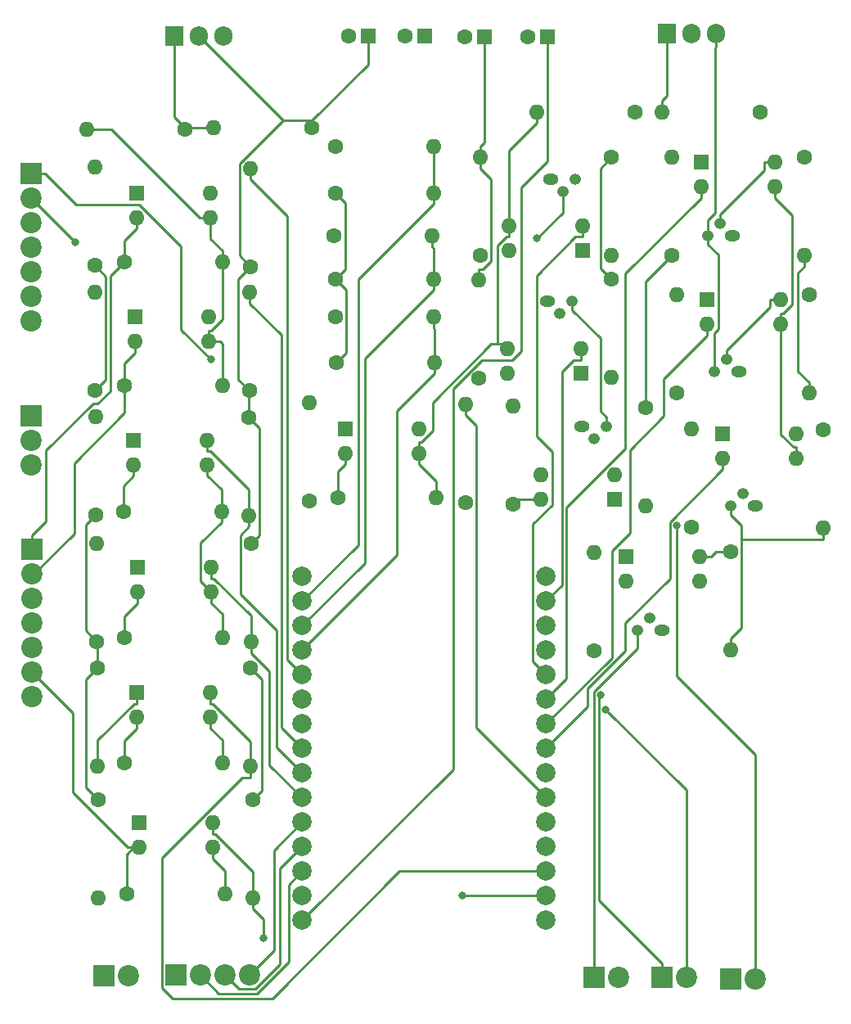
<source format=gtl>
G04 #@! TF.GenerationSoftware,KiCad,Pcbnew,7.0.5*
G04 #@! TF.CreationDate,2023-07-13T15:49:31+01:00*
G04 #@! TF.ProjectId,PCB,5043422e-6b69-4636-9164-5f7063625858,rev?*
G04 #@! TF.SameCoordinates,Original*
G04 #@! TF.FileFunction,Copper,L1,Top*
G04 #@! TF.FilePolarity,Positive*
%FSLAX46Y46*%
G04 Gerber Fmt 4.6, Leading zero omitted, Abs format (unit mm)*
G04 Created by KiCad (PCBNEW 7.0.5) date 2023-07-13 15:49:31*
%MOMM*%
%LPD*%
G01*
G04 APERTURE LIST*
G04 #@! TA.AperFunction,ComponentPad*
%ADD10C,2.000000*%
G04 #@! TD*
G04 #@! TA.AperFunction,ComponentPad*
%ADD11C,1.600000*%
G04 #@! TD*
G04 #@! TA.AperFunction,ComponentPad*
%ADD12O,1.600000X1.600000*%
G04 #@! TD*
G04 #@! TA.AperFunction,ComponentPad*
%ADD13R,1.600000X1.600000*%
G04 #@! TD*
G04 #@! TA.AperFunction,ComponentPad*
%ADD14O,1.600000X1.200000*%
G04 #@! TD*
G04 #@! TA.AperFunction,ComponentPad*
%ADD15O,1.200000X1.200000*%
G04 #@! TD*
G04 #@! TA.AperFunction,ComponentPad*
%ADD16R,1.905000X2.000000*%
G04 #@! TD*
G04 #@! TA.AperFunction,ComponentPad*
%ADD17O,1.905000X2.000000*%
G04 #@! TD*
G04 #@! TA.AperFunction,ComponentPad*
%ADD18R,2.200000X2.200000*%
G04 #@! TD*
G04 #@! TA.AperFunction,ComponentPad*
%ADD19C,2.200000*%
G04 #@! TD*
G04 #@! TA.AperFunction,ViaPad*
%ADD20C,0.800000*%
G04 #@! TD*
G04 #@! TA.AperFunction,Conductor*
%ADD21C,0.250000*%
G04 #@! TD*
G04 APERTURE END LIST*
D10*
G04 #@! TO.P,U9,1,EN*
G04 #@! TO.N,Net-(J5-Pin_2)*
X108452000Y-109560450D03*
G04 #@! TO.P,U9,2,GPIO36*
G04 #@! TO.N,Net-(U9-GPIO36)*
X108452000Y-112100450D03*
G04 #@! TO.P,U9,3,GPIO39*
G04 #@! TO.N,Net-(U9-GPIO39)*
X108452000Y-114640450D03*
G04 #@! TO.P,U9,4,GPIO34*
G04 #@! TO.N,Net-(U9-GPIO34)*
X108452000Y-117180450D03*
G04 #@! TO.P,U9,5,GPIO35*
G04 #@! TO.N,Net-(U9-GPIO35)*
X108452000Y-119720450D03*
G04 #@! TO.P,U9,6,GPIO32*
G04 #@! TO.N,Net-(J1-Pin_1)*
X108452000Y-122260450D03*
G04 #@! TO.P,U9,7,GPIO33*
G04 #@! TO.N,Net-(J1-Pin_2)*
X108452000Y-124800450D03*
G04 #@! TO.P,U9,8,GPIO25*
G04 #@! TO.N,Net-(U9-GPIO25)*
X108452000Y-127340450D03*
G04 #@! TO.P,U9,9,GPIO26*
G04 #@! TO.N,Net-(U9-GPIO26)*
X108452000Y-129880450D03*
G04 #@! TO.P,U9,10,GPIO27*
G04 #@! TO.N,Net-(U9-GPIO27)*
X108452000Y-132420450D03*
G04 #@! TO.P,U9,11,GPIO14*
G04 #@! TO.N,Net-(J6-Pin_4)*
X108452000Y-134960450D03*
G04 #@! TO.P,U9,12,GPIO12*
G04 #@! TO.N,Net-(J6-Pin_3)*
X108452000Y-137500450D03*
G04 #@! TO.P,U9,13,GPIO13*
G04 #@! TO.N,Net-(J6-Pin_2)*
X108452000Y-140040450D03*
G04 #@! TO.P,U9,14,GND*
G04 #@! TO.N,GND*
X108452000Y-142580450D03*
G04 #@! TO.P,U9,15,VIN*
G04 #@! TO.N,Net-(U10-VO)*
X108452000Y-145120450D03*
G04 #@! TO.P,U9,16,GPIO23*
G04 #@! TO.N,Net-(U9-GPIO23)*
X133702000Y-109560450D03*
G04 #@! TO.P,U9,17,GPIO22*
G04 #@! TO.N,Net-(U9-GPIO22)*
X133702000Y-112100450D03*
G04 #@! TO.P,U9,18,GPIO1*
G04 #@! TO.N,Net-(J7-Pin_1)*
X133702000Y-114640450D03*
G04 #@! TO.P,U9,19,GPIO3*
G04 #@! TO.N,Net-(J7-Pin_2)*
X133702000Y-117180450D03*
G04 #@! TO.P,U9,20,GPIO21*
G04 #@! TO.N,Net-(U9-GPIO21)*
X133702000Y-119720450D03*
G04 #@! TO.P,U9,21,GPIO19*
G04 #@! TO.N,Net-(U9-GPIO19)*
X133702000Y-122260450D03*
G04 #@! TO.P,U9,22,GPIO18*
G04 #@! TO.N,Net-(U9-GPIO18)*
X133702000Y-124798950D03*
G04 #@! TO.P,U9,23,GPIO5*
G04 #@! TO.N,Net-(U9-GPIO5)*
X133702000Y-127340450D03*
G04 #@! TO.P,U9,24,GPIO17*
G04 #@! TO.N,Net-(U9-GPIO17)*
X133702000Y-129880450D03*
G04 #@! TO.P,U9,25,GPIO16*
G04 #@! TO.N,Net-(U9-GPIO16)*
X133702000Y-132420450D03*
G04 #@! TO.P,U9,26,GPIO4*
G04 #@! TO.N,Net-(J6-Pin_1)*
X133702000Y-134960450D03*
G04 #@! TO.P,U9,27,GPIO2*
G04 #@! TO.N,Net-(U9-GPIO2)*
X133702000Y-137500450D03*
G04 #@! TO.P,U9,28,GPIO15*
G04 #@! TO.N,Net-(U9-GPIO15)*
X133702000Y-140040450D03*
G04 #@! TO.P,U9,29,GND*
G04 #@! TO.N,GND*
X133702000Y-142580450D03*
G04 #@! TO.P,U9,30,3.3V*
G04 #@! TO.N,Net-(J5-Pin_1)*
X133702000Y-145120450D03*
G04 #@! TD*
D11*
G04 #@! TO.P,R26,1*
G04 #@! TO.N,GND*
X112014000Y-87425450D03*
D12*
G04 #@! TO.P,R26,2*
G04 #@! TO.N,Net-(U9-GPIO34)*
X122174000Y-87425450D03*
G04 #@! TD*
D13*
G04 #@! TO.P,U13,1*
G04 #@! TO.N,Net-(R34-Pad2)*
X137449600Y-75853050D03*
D12*
G04 #@! TO.P,U13,2*
G04 #@! TO.N,Net-(U9-GPIO21)*
X137449600Y-73313050D03*
G04 #@! TO.P,U13,3*
G04 #@! TO.N,GND*
X129829600Y-73313050D03*
G04 #@! TO.P,U13,4*
G04 #@! TO.N,Net-(Q3-B)*
X129829600Y-75853050D03*
G04 #@! TD*
D11*
G04 #@! TO.P,R27,1*
G04 #@! TO.N,GND*
X111887000Y-69899450D03*
D12*
G04 #@! TO.P,R27,2*
G04 #@! TO.N,Net-(U9-GPIO36)*
X122047000Y-69899450D03*
G04 #@! TD*
D14*
G04 #@! TO.P,Q4,1,E*
G04 #@! TO.N,Net-(J8-Pin_4)*
X152977300Y-74286750D03*
D15*
G04 #@! TO.P,Q4,2,B*
G04 #@! TO.N,Net-(Q4-B)*
X151707300Y-73016750D03*
G04 #@! TO.P,Q4,3,C*
G04 #@! TO.N,+24V*
X150437300Y-74286750D03*
G04 #@! TD*
D16*
G04 #@! TO.P,U1,1,ADJ*
G04 #@! TO.N,Net-(U1-ADJ)*
X95252100Y-53658450D03*
D17*
G04 #@! TO.P,U1,2,VO*
G04 #@! TO.N,Net-(U1-VO)*
X97792100Y-53658450D03*
G04 #@! TO.P,U1,3,VI*
G04 #@! TO.N,+24V*
X100332100Y-53658450D03*
G04 #@! TD*
D11*
G04 #@! TO.P,R1,1*
G04 #@! TO.N,+24V*
X86995000Y-77392450D03*
D12*
G04 #@! TO.P,R1,2*
G04 #@! TO.N,Net-(R1-Pad2)*
X86995000Y-67232450D03*
G04 #@! TD*
D13*
G04 #@! TO.P,U11,1*
G04 #@! TO.N,Net-(R32-Pad2)*
X140785300Y-101591750D03*
D12*
G04 #@! TO.P,U11,2*
G04 #@! TO.N,Net-(U9-GPIO23)*
X140785300Y-99051750D03*
G04 #@! TO.P,U11,3*
G04 #@! TO.N,GND*
X133165300Y-99051750D03*
G04 #@! TO.P,U11,4*
G04 #@! TO.N,Net-(Q1-B)*
X133165300Y-101591750D03*
G04 #@! TD*
D11*
G04 #@! TO.P,R30,1*
G04 #@! TO.N,Net-(U10-ADJ)*
X142875000Y-61517450D03*
D12*
G04 #@! TO.P,R30,2*
G04 #@! TO.N,GND*
X132715000Y-61517450D03*
G04 #@! TD*
D13*
G04 #@! TO.P,U6,1*
G04 #@! TO.N,Net-(R9-Pad2)*
X91323000Y-121583450D03*
D12*
G04 #@! TO.P,U6,2*
G04 #@! TO.N,Net-(J3-Pin_5)*
X91323000Y-124123450D03*
G04 #@! TO.P,U6,3*
G04 #@! TO.N,GND*
X98943000Y-124123450D03*
G04 #@! TO.P,U6,4*
G04 #@! TO.N,Net-(U9-GPIO15)*
X98943000Y-121583450D03*
G04 #@! TD*
D14*
G04 #@! TO.P,Q6,1,E*
G04 #@! TO.N,Net-(J8-Pin_6)*
X155321000Y-102226750D03*
D15*
G04 #@! TO.P,Q6,2,B*
G04 #@! TO.N,Net-(Q6-B)*
X154051000Y-100956750D03*
G04 #@! TO.P,Q6,3,C*
G04 #@! TO.N,+24V*
X152781000Y-102226750D03*
G04 #@! TD*
D11*
G04 #@! TO.P,R21,1*
G04 #@! TO.N,+24V*
X109220000Y-101776450D03*
D12*
G04 #@! TO.P,R21,2*
G04 #@! TO.N,Net-(R21-Pad2)*
X109220000Y-91616450D03*
G04 #@! TD*
D14*
G04 #@! TO.P,Q3,1,E*
G04 #@! TO.N,Net-(J8-Pin_3)*
X134181300Y-68444750D03*
D15*
G04 #@! TO.P,Q3,2,B*
G04 #@! TO.N,Net-(Q3-B)*
X135451300Y-69714750D03*
G04 #@! TO.P,Q3,3,C*
G04 #@! TO.N,+24V*
X136721300Y-68444750D03*
G04 #@! TD*
D14*
G04 #@! TO.P,Q2,1,E*
G04 #@! TO.N,Net-(J8-Pin_2)*
X133858000Y-81075450D03*
D15*
G04 #@! TO.P,Q2,2,B*
G04 #@! TO.N,Net-(Q2-B)*
X135128000Y-82345450D03*
G04 #@! TO.P,Q2,3,C*
G04 #@! TO.N,+24V*
X136398000Y-81075450D03*
G04 #@! TD*
D14*
G04 #@! TO.P,Q5,1,E*
G04 #@! TO.N,Net-(J8-Pin_5)*
X153612300Y-88383750D03*
D15*
G04 #@! TO.P,Q5,2,B*
G04 #@! TO.N,Net-(Q5-B)*
X152342300Y-87113750D03*
G04 #@! TO.P,Q5,3,C*
G04 #@! TO.N,+24V*
X151072300Y-88383750D03*
G04 #@! TD*
D11*
G04 #@! TO.P,R23,1*
G04 #@! TO.N,Net-(J2-Pin_1)*
X111887000Y-65073450D03*
D12*
G04 #@! TO.P,R23,2*
G04 #@! TO.N,Net-(U9-GPIO36)*
X122047000Y-65073450D03*
G04 #@! TD*
D11*
G04 #@! TO.P,R10,1*
G04 #@! TO.N,Net-(J3-Pin_4)*
X90050000Y-115909450D03*
D12*
G04 #@! TO.P,R10,2*
G04 #@! TO.N,GND*
X100210000Y-115909450D03*
G04 #@! TD*
D11*
G04 #@! TO.P,R6,1*
G04 #@! TO.N,+24V*
X87210000Y-116289450D03*
D12*
G04 #@! TO.P,R6,2*
G04 #@! TO.N,Net-(R6-Pad2)*
X87210000Y-106129450D03*
G04 #@! TD*
D11*
G04 #@! TO.P,R35,1*
G04 #@! TO.N,Net-(U1-VO)*
X146685000Y-76376450D03*
D12*
G04 #@! TO.P,R35,2*
G04 #@! TO.N,Net-(R35-Pad2)*
X146685000Y-66216450D03*
G04 #@! TD*
D13*
G04 #@! TO.P,U5,1*
G04 #@! TO.N,Net-(R6-Pad2)*
X91450000Y-108629450D03*
D12*
G04 #@! TO.P,U5,2*
G04 #@! TO.N,Net-(J3-Pin_4)*
X91450000Y-111169450D03*
G04 #@! TO.P,U5,3*
G04 #@! TO.N,GND*
X99070000Y-111169450D03*
G04 #@! TO.P,U5,4*
G04 #@! TO.N,Net-(U9-GPIO27)*
X99070000Y-108629450D03*
G04 #@! TD*
D13*
G04 #@! TO.P,C4,1*
G04 #@! TO.N,Net-(U10-VO)*
X133797100Y-53770450D03*
D11*
G04 #@! TO.P,C4,2*
G04 #@! TO.N,GND*
X131797100Y-53770450D03*
G04 #@! TD*
D13*
G04 #@! TO.P,U4,1*
G04 #@! TO.N,Net-(R5-Pad2)*
X91030000Y-95464450D03*
D12*
G04 #@! TO.P,U4,2*
G04 #@! TO.N,Net-(J3-Pin_3)*
X91030000Y-98004450D03*
G04 #@! TO.P,U4,3*
G04 #@! TO.N,GND*
X98650000Y-98004450D03*
G04 #@! TO.P,U4,4*
G04 #@! TO.N,Net-(U9-GPIO26)*
X98650000Y-95464450D03*
G04 #@! TD*
D11*
G04 #@! TO.P,R45,1*
G04 #@! TO.N,Net-(Q7-B)*
X152781000Y-106983450D03*
D12*
G04 #@! TO.P,R45,2*
G04 #@! TO.N,+24V*
X152781000Y-117143450D03*
G04 #@! TD*
D11*
G04 #@! TO.P,R34,1*
G04 #@! TO.N,Net-(U1-VO)*
X140473600Y-66228050D03*
D12*
G04 #@! TO.P,R34,2*
G04 #@! TO.N,Net-(R34-Pad2)*
X140473600Y-76388050D03*
G04 #@! TD*
D13*
G04 #@! TO.P,U15,1*
G04 #@! TO.N,Net-(R36-Pad2)*
X150378000Y-80943450D03*
D12*
G04 #@! TO.P,U15,2*
G04 #@! TO.N,Net-(U9-GPIO18)*
X150378000Y-83483450D03*
G04 #@! TO.P,U15,3*
G04 #@! TO.N,GND*
X157998000Y-83483450D03*
G04 #@! TO.P,U15,4*
G04 #@! TO.N,Net-(Q5-B)*
X157998000Y-80943450D03*
G04 #@! TD*
D18*
G04 #@! TO.P,J5,1,Pin_1*
G04 #@! TO.N,Net-(J5-Pin_1)*
X152781000Y-151179450D03*
D19*
G04 #@! TO.P,J5,2,Pin_2*
G04 #@! TO.N,Net-(J5-Pin_2)*
X155321000Y-151179450D03*
G04 #@! TD*
D13*
G04 #@! TO.P,U7,1*
G04 #@! TO.N,Net-(R13-Pad2)*
X91567000Y-135050450D03*
D12*
G04 #@! TO.P,U7,2*
G04 #@! TO.N,Net-(J3-Pin_6)*
X91567000Y-137590450D03*
G04 #@! TO.P,U7,3*
G04 #@! TO.N,GND*
X99187000Y-137590450D03*
G04 #@! TO.P,U7,4*
G04 #@! TO.N,Net-(U9-GPIO2)*
X99187000Y-135050450D03*
G04 #@! TD*
D11*
G04 #@! TO.P,R25,1*
G04 #@! TO.N,Net-(J3-Pin_7)*
X112141000Y-101395450D03*
D12*
G04 #@! TO.P,R25,2*
G04 #@! TO.N,GND*
X122301000Y-101395450D03*
G04 #@! TD*
D11*
G04 #@! TO.P,R19,1*
G04 #@! TO.N,Net-(U1-VO)*
X103124000Y-119048450D03*
D12*
G04 #@! TO.P,R19,2*
G04 #@! TO.N,Net-(U9-GPIO15)*
X103124000Y-129208450D03*
G04 #@! TD*
D11*
G04 #@! TO.P,R9,1*
G04 #@! TO.N,+24V*
X87249000Y-119048450D03*
D12*
G04 #@! TO.P,R9,2*
G04 #@! TO.N,Net-(R9-Pad2)*
X87249000Y-129208450D03*
G04 #@! TD*
D11*
G04 #@! TO.P,R12,1*
G04 #@! TO.N,Net-(U1-VO)*
X109445100Y-63168450D03*
D12*
G04 #@! TO.P,R12,2*
G04 #@! TO.N,Net-(U1-ADJ)*
X99285100Y-63168450D03*
G04 #@! TD*
D11*
G04 #@! TO.P,R33,1*
G04 #@! TO.N,Net-(U1-VO)*
X140462000Y-78789450D03*
D12*
G04 #@! TO.P,R33,2*
G04 #@! TO.N,Net-(R33-Pad2)*
X140462000Y-88949450D03*
G04 #@! TD*
D11*
G04 #@! TO.P,R31,1*
G04 #@! TO.N,Net-(U10-VO)*
X155829000Y-61517450D03*
D12*
G04 #@! TO.P,R31,2*
G04 #@! TO.N,Net-(U10-ADJ)*
X145669000Y-61517450D03*
G04 #@! TD*
D13*
G04 #@! TO.P,U12,1*
G04 #@! TO.N,Net-(R33-Pad2)*
X137277000Y-88573450D03*
D12*
G04 #@! TO.P,U12,2*
G04 #@! TO.N,Net-(U9-GPIO22)*
X137277000Y-86033450D03*
G04 #@! TO.P,U12,3*
G04 #@! TO.N,GND*
X129657000Y-86033450D03*
G04 #@! TO.P,U12,4*
G04 #@! TO.N,Net-(Q2-B)*
X129657000Y-88573450D03*
G04 #@! TD*
D11*
G04 #@! TO.P,R8,1*
G04 #@! TO.N,Net-(J3-Pin_3)*
X89940000Y-102814450D03*
D12*
G04 #@! TO.P,R8,2*
G04 #@! TO.N,GND*
X100100000Y-102814450D03*
G04 #@! TD*
D14*
G04 #@! TO.P,Q1,1,E*
G04 #@! TO.N,Net-(J8-Pin_1)*
X137414000Y-94029450D03*
D15*
G04 #@! TO.P,Q1,2,B*
G04 #@! TO.N,Net-(Q1-B)*
X138684000Y-95299450D03*
G04 #@! TO.P,Q1,3,C*
G04 #@! TO.N,+24V*
X139954000Y-94029450D03*
G04 #@! TD*
D11*
G04 #@! TO.P,R11,1*
G04 #@! TO.N,Net-(J3-Pin_5)*
X90043000Y-128827450D03*
D12*
G04 #@! TO.P,R11,2*
G04 #@! TO.N,GND*
X100203000Y-128827450D03*
G04 #@! TD*
D11*
G04 #@! TO.P,R5,1*
G04 #@! TO.N,+24V*
X87110000Y-103184450D03*
D12*
G04 #@! TO.P,R5,2*
G04 #@! TO.N,Net-(R5-Pad2)*
X87110000Y-93024450D03*
G04 #@! TD*
D11*
G04 #@! TO.P,R14,1*
G04 #@! TO.N,Net-(U1-VO)*
X103124000Y-77519450D03*
D12*
G04 #@! TO.P,R14,2*
G04 #@! TO.N,Net-(U9-GPIO35)*
X103124000Y-67359450D03*
G04 #@! TD*
D11*
G04 #@! TO.P,R41,1*
G04 #@! TO.N,Net-(U1-VO)*
X138684000Y-117270450D03*
D12*
G04 #@! TO.P,R41,2*
G04 #@! TO.N,Net-(R41-Pad2)*
X138684000Y-107110450D03*
G04 #@! TD*
D11*
G04 #@! TO.P,R17,1*
G04 #@! TO.N,Net-(U1-VO)*
X102940000Y-93094450D03*
D12*
G04 #@! TO.P,R17,2*
G04 #@! TO.N,Net-(U9-GPIO26)*
X102940000Y-103254450D03*
G04 #@! TD*
D11*
G04 #@! TO.P,R32,1*
G04 #@! TO.N,Net-(U1-VO)*
X143960300Y-92066750D03*
D12*
G04 #@! TO.P,R32,2*
G04 #@! TO.N,Net-(R32-Pad2)*
X143960300Y-102226750D03*
G04 #@! TD*
D11*
G04 #@! TO.P,R24,1*
G04 #@! TO.N,Net-(J2-Pin_2)*
X111760000Y-74344450D03*
D12*
G04 #@! TO.P,R24,2*
G04 #@! TO.N,Net-(U9-GPIO39)*
X121920000Y-74344450D03*
G04 #@! TD*
D13*
G04 #@! TO.P,C2,1*
G04 #@! TO.N,Net-(U1-VO)*
X115255100Y-53643450D03*
D11*
G04 #@! TO.P,C2,2*
G04 #@! TO.N,GND*
X113255100Y-53643450D03*
G04 #@! TD*
G04 #@! TO.P,R13,1*
G04 #@! TO.N,+24V*
X87376000Y-132637450D03*
D12*
G04 #@! TO.P,R13,2*
G04 #@! TO.N,Net-(R13-Pad2)*
X87376000Y-142797450D03*
G04 #@! TD*
D13*
G04 #@! TO.P,U17,1*
G04 #@! TO.N,Net-(R41-Pad2)*
X141996000Y-107486450D03*
D12*
G04 #@! TO.P,U17,2*
G04 #@! TO.N,Net-(U9-GPIO17)*
X141996000Y-110026450D03*
G04 #@! TO.P,U17,3*
G04 #@! TO.N,GND*
X149616000Y-110026450D03*
G04 #@! TO.P,U17,4*
G04 #@! TO.N,Net-(Q7-B)*
X149616000Y-107486450D03*
G04 #@! TD*
D11*
G04 #@! TO.P,R44,1*
G04 #@! TO.N,Net-(Q6-B)*
X162363700Y-94410450D03*
D12*
G04 #@! TO.P,R44,2*
G04 #@! TO.N,+24V*
X162363700Y-104570450D03*
G04 #@! TD*
D11*
G04 #@! TO.P,R42,1*
G04 #@! TO.N,Net-(Q4-B)*
X160401000Y-66216450D03*
D12*
G04 #@! TO.P,R42,2*
G04 #@! TO.N,+24V*
X160401000Y-76376450D03*
G04 #@! TD*
D11*
G04 #@! TO.P,R29,1*
G04 #@! TO.N,Net-(U1-VO)*
X125349000Y-101903450D03*
D12*
G04 #@! TO.P,R29,2*
G04 #@! TO.N,Net-(U9-GPIO16)*
X125349000Y-91743450D03*
G04 #@! TD*
D11*
G04 #@! TO.P,R18,1*
G04 #@! TO.N,Net-(U1-VO)*
X103180000Y-106179450D03*
D12*
G04 #@! TO.P,R18,2*
G04 #@! TO.N,Net-(U9-GPIO27)*
X103180000Y-116339450D03*
G04 #@! TD*
D18*
G04 #@! TO.P,J3,1,Pin_1*
G04 #@! TO.N,Net-(J3-Pin_1)*
X80518000Y-106729450D03*
D19*
G04 #@! TO.P,J3,2,Pin_2*
G04 #@! TO.N,Net-(J3-Pin_2)*
X80518000Y-109269450D03*
G04 #@! TO.P,J3,3,Pin_3*
G04 #@! TO.N,Net-(J3-Pin_3)*
X80518000Y-111809450D03*
G04 #@! TO.P,J3,4,Pin_4*
G04 #@! TO.N,Net-(J3-Pin_4)*
X80518000Y-114349450D03*
G04 #@! TO.P,J3,5,Pin_5*
G04 #@! TO.N,Net-(J3-Pin_5)*
X80518000Y-116889450D03*
G04 #@! TO.P,J3,6,Pin_6*
G04 #@! TO.N,Net-(J3-Pin_6)*
X80518000Y-119429450D03*
G04 #@! TO.P,J3,7,Pin_7*
G04 #@! TO.N,Net-(J3-Pin_7)*
X80518000Y-121969450D03*
G04 #@! TD*
D18*
G04 #@! TO.P,J7,1,Pin_1*
G04 #@! TO.N,Net-(J7-Pin_1)*
X145669000Y-151052450D03*
D19*
G04 #@! TO.P,J7,2,Pin_2*
G04 #@! TO.N,Net-(J7-Pin_2)*
X148209000Y-151052450D03*
G04 #@! TD*
D11*
G04 #@! TO.P,R28,1*
G04 #@! TO.N,GND*
X111887000Y-78789450D03*
D12*
G04 #@! TO.P,R28,2*
G04 #@! TO.N,Net-(U9-GPIO39)*
X122047000Y-78789450D03*
G04 #@! TD*
D13*
G04 #@! TO.P,U3,1*
G04 #@! TO.N,Net-(R4-Pad2)*
X91196000Y-82721450D03*
D12*
G04 #@! TO.P,U3,2*
G04 #@! TO.N,Net-(J3-Pin_2)*
X91196000Y-85261450D03*
G04 #@! TO.P,U3,3*
G04 #@! TO.N,GND*
X98816000Y-85261450D03*
G04 #@! TO.P,U3,4*
G04 #@! TO.N,Net-(U9-GPIO25)*
X98816000Y-82721450D03*
G04 #@! TD*
D13*
G04 #@! TO.P,U16,1*
G04 #@! TO.N,Net-(R37-Pad2)*
X151959700Y-94786450D03*
D12*
G04 #@! TO.P,U16,2*
G04 #@! TO.N,Net-(U9-GPIO5)*
X151959700Y-97326450D03*
G04 #@! TO.P,U16,3*
G04 #@! TO.N,GND*
X159579700Y-97326450D03*
G04 #@! TO.P,U16,4*
G04 #@! TO.N,Net-(Q6-B)*
X159579700Y-94786450D03*
G04 #@! TD*
D11*
G04 #@! TO.P,R2,1*
G04 #@! TO.N,Net-(U1-ADJ)*
X96364100Y-63295450D03*
D12*
G04 #@! TO.P,R2,2*
G04 #@! TO.N,GND*
X86204100Y-63295450D03*
G04 #@! TD*
D11*
G04 #@! TO.P,R3,1*
G04 #@! TO.N,Net-(J3-Pin_1)*
X90043000Y-77011450D03*
D12*
G04 #@! TO.P,R3,2*
G04 #@! TO.N,GND*
X100203000Y-77011450D03*
G04 #@! TD*
D11*
G04 #@! TO.P,R16,1*
G04 #@! TO.N,Net-(U1-VO)*
X102997000Y-90346450D03*
D12*
G04 #@! TO.P,R16,2*
G04 #@! TO.N,Net-(U9-GPIO25)*
X102997000Y-80186450D03*
G04 #@! TD*
D11*
G04 #@! TO.P,R37,1*
G04 #@! TO.N,Net-(U1-VO)*
X148774700Y-104443450D03*
D12*
G04 #@! TO.P,R37,2*
G04 #@! TO.N,Net-(R37-Pad2)*
X148774700Y-94283450D03*
G04 #@! TD*
D11*
G04 #@! TO.P,R20,1*
G04 #@! TO.N,Net-(U1-VO)*
X103378000Y-132637450D03*
D12*
G04 #@! TO.P,R20,2*
G04 #@! TO.N,Net-(U9-GPIO2)*
X103378000Y-142797450D03*
G04 #@! TD*
D14*
G04 #@! TO.P,Q7,1,E*
G04 #@! TO.N,Net-(J8-Pin_7)*
X145669000Y-115111450D03*
D15*
G04 #@! TO.P,Q7,2,B*
G04 #@! TO.N,Net-(Q7-B)*
X144399000Y-113841450D03*
G04 #@! TO.P,Q7,3,C*
G04 #@! TO.N,+24V*
X143129000Y-115111450D03*
G04 #@! TD*
D11*
G04 #@! TO.P,R7,1*
G04 #@! TO.N,Net-(J3-Pin_2)*
X90043000Y-89838450D03*
D12*
G04 #@! TO.P,R7,2*
G04 #@! TO.N,GND*
X100203000Y-89838450D03*
G04 #@! TD*
D18*
G04 #@! TO.P,J6,1,Pin_1*
G04 #@! TO.N,Net-(J6-Pin_1)*
X95377000Y-150798450D03*
D19*
G04 #@! TO.P,J6,2,Pin_2*
G04 #@! TO.N,Net-(J6-Pin_2)*
X97917000Y-150798450D03*
G04 #@! TO.P,J6,3,Pin_3*
G04 #@! TO.N,Net-(J6-Pin_3)*
X100457000Y-150798450D03*
G04 #@! TO.P,J6,4,Pin_4*
G04 #@! TO.N,Net-(J6-Pin_4)*
X102997000Y-150798450D03*
G04 #@! TD*
D11*
G04 #@! TO.P,R43,1*
G04 #@! TO.N,Net-(Q5-B)*
X160909000Y-80440450D03*
D12*
G04 #@! TO.P,R43,2*
G04 #@! TO.N,+24V*
X160909000Y-90600450D03*
G04 #@! TD*
D11*
G04 #@! TO.P,R38,1*
G04 #@! TO.N,Net-(Q1-B)*
X130244300Y-102099750D03*
D12*
G04 #@! TO.P,R38,2*
G04 #@! TO.N,+24V*
X130244300Y-91939750D03*
G04 #@! TD*
D11*
G04 #@! TO.P,R40,1*
G04 #@! TO.N,Net-(Q3-B)*
X126884600Y-76388050D03*
D12*
G04 #@! TO.P,R40,2*
G04 #@! TO.N,+24V*
X126884600Y-66228050D03*
G04 #@! TD*
D13*
G04 #@! TO.P,U2,1*
G04 #@! TO.N,Net-(R1-Pad2)*
X91323000Y-69894450D03*
D12*
G04 #@! TO.P,U2,2*
G04 #@! TO.N,Net-(J3-Pin_1)*
X91323000Y-72434450D03*
G04 #@! TO.P,U2,3*
G04 #@! TO.N,GND*
X98943000Y-72434450D03*
G04 #@! TO.P,U2,4*
G04 #@! TO.N,Net-(U9-GPIO35)*
X98943000Y-69894450D03*
G04 #@! TD*
D11*
G04 #@! TO.P,R22,1*
G04 #@! TO.N,Net-(J2-Pin_3)*
X111887000Y-82726450D03*
D12*
G04 #@! TO.P,R22,2*
G04 #@! TO.N,Net-(U9-GPIO34)*
X122047000Y-82726450D03*
G04 #@! TD*
D18*
G04 #@! TO.P,J8,1,Pin_1*
G04 #@! TO.N,Net-(J8-Pin_1)*
X80391000Y-67867450D03*
D19*
G04 #@! TO.P,J8,2,Pin_2*
G04 #@! TO.N,Net-(J8-Pin_2)*
X80391000Y-70407450D03*
G04 #@! TO.P,J8,3,Pin_3*
G04 #@! TO.N,Net-(J8-Pin_3)*
X80391000Y-72947450D03*
G04 #@! TO.P,J8,4,Pin_4*
G04 #@! TO.N,Net-(J8-Pin_4)*
X80391000Y-75487450D03*
G04 #@! TO.P,J8,5,Pin_5*
G04 #@! TO.N,Net-(J8-Pin_5)*
X80391000Y-78027450D03*
G04 #@! TO.P,J8,6,Pin_6*
G04 #@! TO.N,Net-(J8-Pin_6)*
X80391000Y-80567450D03*
G04 #@! TO.P,J8,7,Pin_7*
G04 #@! TO.N,Net-(J8-Pin_7)*
X80391000Y-83107450D03*
G04 #@! TD*
D11*
G04 #@! TO.P,R39,1*
G04 #@! TO.N,Net-(Q2-B)*
X126746000Y-89076450D03*
D12*
G04 #@! TO.P,R39,2*
G04 #@! TO.N,+24V*
X126746000Y-78916450D03*
G04 #@! TD*
D13*
G04 #@! TO.P,C3,1*
G04 #@! TO.N,+24V*
X127320100Y-53770450D03*
D11*
G04 #@! TO.P,C3,2*
G04 #@! TO.N,GND*
X125320100Y-53770450D03*
G04 #@! TD*
D13*
G04 #@! TO.P,U8,1*
G04 #@! TO.N,Net-(R21-Pad2)*
X112913000Y-94278450D03*
D12*
G04 #@! TO.P,U8,2*
G04 #@! TO.N,Net-(J3-Pin_7)*
X112913000Y-96818450D03*
G04 #@! TO.P,U8,3*
G04 #@! TO.N,GND*
X120533000Y-96818450D03*
G04 #@! TO.P,U8,4*
G04 #@! TO.N,Net-(U9-GPIO16)*
X120533000Y-94278450D03*
G04 #@! TD*
D13*
G04 #@! TO.P,C1,1*
G04 #@! TO.N,+24V*
X121126000Y-53643450D03*
D11*
G04 #@! TO.P,C1,2*
G04 #@! TO.N,GND*
X119126000Y-53643450D03*
G04 #@! TD*
D18*
G04 #@! TO.P,J2,1,Pin_1*
G04 #@! TO.N,Net-(J2-Pin_1)*
X80418000Y-92929450D03*
D19*
G04 #@! TO.P,J2,2,Pin_2*
G04 #@! TO.N,Net-(J2-Pin_2)*
X80418000Y-95469450D03*
G04 #@! TO.P,J2,3,Pin_3*
G04 #@! TO.N,Net-(J2-Pin_3)*
X80418000Y-98009450D03*
G04 #@! TD*
D11*
G04 #@! TO.P,R36,1*
G04 #@! TO.N,Net-(U1-VO)*
X147193000Y-90600450D03*
D12*
G04 #@! TO.P,R36,2*
G04 #@! TO.N,Net-(R36-Pad2)*
X147193000Y-80440450D03*
G04 #@! TD*
D18*
G04 #@! TO.P,J1,1,Pin_1*
G04 #@! TO.N,Net-(J1-Pin_1)*
X87927000Y-150828450D03*
D19*
G04 #@! TO.P,J1,2,Pin_2*
G04 #@! TO.N,Net-(J1-Pin_2)*
X90467000Y-150828450D03*
G04 #@! TD*
D13*
G04 #@! TO.P,U14,1*
G04 #@! TO.N,Net-(R35-Pad2)*
X149743000Y-66719450D03*
D12*
G04 #@! TO.P,U14,2*
G04 #@! TO.N,Net-(U9-GPIO19)*
X149743000Y-69259450D03*
G04 #@! TO.P,U14,3*
G04 #@! TO.N,GND*
X157363000Y-69259450D03*
G04 #@! TO.P,U14,4*
G04 #@! TO.N,Net-(Q4-B)*
X157363000Y-66719450D03*
G04 #@! TD*
D11*
G04 #@! TO.P,R4,1*
G04 #@! TO.N,+24V*
X86995000Y-90346450D03*
D12*
G04 #@! TO.P,R4,2*
G04 #@! TO.N,Net-(R4-Pad2)*
X86995000Y-80186450D03*
G04 #@! TD*
D18*
G04 #@! TO.P,J4,1,Pin_1*
G04 #@! TO.N,+24V*
X138684000Y-151052450D03*
D19*
G04 #@! TO.P,J4,2,Pin_2*
G04 #@! TO.N,GND*
X141224000Y-151052450D03*
G04 #@! TD*
D11*
G04 #@! TO.P,R15,1*
G04 #@! TO.N,Net-(J3-Pin_6)*
X90297000Y-142416450D03*
D12*
G04 #@! TO.P,R15,2*
G04 #@! TO.N,GND*
X100457000Y-142416450D03*
G04 #@! TD*
D16*
G04 #@! TO.P,U10,1,ADJ*
G04 #@! TO.N,Net-(U10-ADJ)*
X146177000Y-53445450D03*
D17*
G04 #@! TO.P,U10,2,VO*
G04 #@! TO.N,Net-(U10-VO)*
X148717000Y-53445450D03*
G04 #@! TO.P,U10,3,VI*
G04 #@! TO.N,+24V*
X151257000Y-53445450D03*
G04 #@! TD*
D20*
G04 #@! TO.N,Net-(U9-GPIO2)*
X104457000Y-146943750D03*
G04 #@! TO.N,Net-(Q3-B)*
X132771900Y-74604150D03*
G04 #@! TO.N,GND*
X125023000Y-142580450D03*
G04 #@! TO.N,Net-(J8-Pin_2)*
X85007300Y-75023750D03*
G04 #@! TO.N,Net-(J8-Pin_1)*
X99015900Y-87132050D03*
G04 #@! TO.N,Net-(J7-Pin_2)*
X139862100Y-123334250D03*
G04 #@! TO.N,Net-(J7-Pin_1)*
X139366000Y-121795250D03*
G04 #@! TO.N,Net-(J5-Pin_2)*
X147222100Y-104255450D03*
G04 #@! TD*
D21*
G04 #@! TO.N,Net-(R9-Pad2)*
X87249000Y-126502650D02*
X87249000Y-129208450D01*
X91041300Y-122710350D02*
X87249000Y-126502650D01*
X91323000Y-122710350D02*
X91041300Y-122710350D01*
X91323000Y-121583450D02*
X91323000Y-122710350D01*
G04 #@! TO.N,Net-(U9-GPIO5)*
X151959700Y-97326450D02*
X151959700Y-98453350D01*
X138022700Y-123019750D02*
X133702000Y-127340450D01*
X138022700Y-121125650D02*
X138022700Y-123019750D01*
X141919400Y-117228950D02*
X138022700Y-121125650D01*
X141919400Y-114390050D02*
X141919400Y-117228950D01*
X146495100Y-109814350D02*
X141919400Y-114390050D01*
X146495100Y-103917950D02*
X146495100Y-109814350D01*
X151959700Y-98453350D02*
X146495100Y-103917950D01*
G04 #@! TO.N,Net-(U9-GPIO18)*
X140499400Y-118001550D02*
X133702000Y-124798950D01*
X140499400Y-106886650D02*
X140499400Y-118001550D01*
X142372800Y-105013250D02*
X140499400Y-106886650D01*
X142372800Y-96507450D02*
X142372800Y-105013250D01*
X145892800Y-92987450D02*
X142372800Y-96507450D01*
X145892800Y-89095550D02*
X145892800Y-92987450D01*
X150378000Y-84610350D02*
X145892800Y-89095550D01*
X150378000Y-83483450D02*
X150378000Y-84610350D01*
G04 #@! TO.N,Net-(U9-GPIO19)*
X149743000Y-69259450D02*
X149743000Y-70386350D01*
X135807700Y-120154750D02*
X133702000Y-122260450D01*
X135807700Y-102435650D02*
X135807700Y-120154750D01*
X141920900Y-96322450D02*
X135807700Y-102435650D01*
X141920900Y-78208450D02*
X141920900Y-96322450D01*
X149743000Y-70386350D02*
X141920900Y-78208450D01*
G04 #@! TO.N,Net-(U9-GPIO21)*
X132333100Y-118351550D02*
X133702000Y-119720450D01*
X132333100Y-104114750D02*
X132333100Y-118351550D01*
X134310600Y-102137250D02*
X132333100Y-104114750D01*
X134310600Y-96697650D02*
X134310600Y-102137250D01*
X132712000Y-95099050D02*
X134310600Y-96697650D01*
X132712000Y-78473250D02*
X132712000Y-95099050D01*
X136745300Y-74439950D02*
X132712000Y-78473250D01*
X137449600Y-74439950D02*
X136745300Y-74439950D01*
X137449600Y-73313050D02*
X137449600Y-74439950D01*
G04 #@! TO.N,Net-(U9-GPIO22)*
X135351700Y-110450750D02*
X133702000Y-112100450D01*
X135351700Y-88381350D02*
X135351700Y-110450750D01*
X136572700Y-87160350D02*
X135351700Y-88381350D01*
X137277000Y-87160350D02*
X136572700Y-87160350D01*
X137277000Y-86033450D02*
X137277000Y-87160350D01*
G04 #@! TO.N,Net-(U10-ADJ)*
X146177000Y-59882550D02*
X145669000Y-60390550D01*
X146177000Y-53445450D02*
X146177000Y-59882550D01*
X145669000Y-61517450D02*
X145669000Y-60390550D01*
G04 #@! TO.N,Net-(U9-GPIO16)*
X126475900Y-125194350D02*
X133702000Y-132420450D01*
X126475900Y-93997250D02*
X126475900Y-125194350D01*
X125349000Y-92870350D02*
X126475900Y-93997250D01*
X125349000Y-91743450D02*
X125349000Y-92870350D01*
G04 #@! TO.N,Net-(U9-GPIO39)*
X121920000Y-74344450D02*
X121920000Y-75471350D01*
X122047000Y-75598350D02*
X122047000Y-78789450D01*
X121920000Y-75471350D02*
X122047000Y-75598350D01*
X114932000Y-108160450D02*
X108452000Y-114640450D01*
X114932000Y-87031350D02*
X114932000Y-108160450D01*
X122047000Y-79916350D02*
X114932000Y-87031350D01*
X122047000Y-78789450D02*
X122047000Y-79916350D01*
G04 #@! TO.N,Net-(U9-GPIO36)*
X122047000Y-65073450D02*
X122047000Y-69899450D01*
X122047000Y-69899450D02*
X122047000Y-71026350D01*
X114255000Y-106297450D02*
X108452000Y-112100450D01*
X114255000Y-78818350D02*
X114255000Y-106297450D01*
X122047000Y-71026350D02*
X114255000Y-78818350D01*
G04 #@! TO.N,Net-(U9-GPIO34)*
X122047000Y-82726450D02*
X122047000Y-83853350D01*
X122174000Y-83980350D02*
X122174000Y-87425450D01*
X122047000Y-83853350D02*
X122174000Y-83980350D01*
X122174000Y-87425450D02*
X122174000Y-88552350D01*
X118252100Y-92474250D02*
X122174000Y-88552350D01*
X118252100Y-107380350D02*
X118252100Y-92474250D01*
X108452000Y-117180450D02*
X118252100Y-107380350D01*
G04 #@! TO.N,Net-(U9-GPIO25)*
X106290600Y-125179050D02*
X108452000Y-127340450D01*
X106290600Y-84606950D02*
X106290600Y-125179050D01*
X102997000Y-81313350D02*
X106290600Y-84606950D01*
X102997000Y-80186450D02*
X102997000Y-81313350D01*
G04 #@! TO.N,Net-(U9-GPIO2)*
X99187000Y-135050450D02*
X99187000Y-136177350D01*
X103378000Y-140088650D02*
X103378000Y-142797450D01*
X99466700Y-136177350D02*
X103378000Y-140088650D01*
X99187000Y-136177350D02*
X99466700Y-136177350D01*
X104457000Y-145003350D02*
X104457000Y-146943750D01*
X103378000Y-143924350D02*
X104457000Y-145003350D01*
X103378000Y-142797450D02*
X103378000Y-143924350D01*
G04 #@! TO.N,Net-(U9-GPIO15)*
X103124000Y-129208450D02*
X103124000Y-130335350D01*
X102244600Y-130335350D02*
X103124000Y-130335350D01*
X93941700Y-138638250D02*
X102244600Y-130335350D01*
X93941700Y-152104650D02*
X93941700Y-138638250D01*
X95044000Y-153206950D02*
X93941700Y-152104650D01*
X105383800Y-153206950D02*
X95044000Y-153206950D01*
X118550300Y-140040450D02*
X105383800Y-153206950D01*
X133702000Y-140040450D02*
X118550300Y-140040450D01*
X103124000Y-126609650D02*
X103124000Y-129208450D01*
X99224700Y-122710350D02*
X103124000Y-126609650D01*
X98943000Y-122710350D02*
X99224700Y-122710350D01*
X98943000Y-121583450D02*
X98943000Y-122710350D01*
G04 #@! TO.N,Net-(U9-GPIO26)*
X98650000Y-95464450D02*
X98650000Y-96591350D01*
X102940000Y-100599650D02*
X102940000Y-103254450D01*
X98931700Y-96591350D02*
X102940000Y-100599650D01*
X98650000Y-96591350D02*
X98931700Y-96591350D01*
X102940000Y-103254450D02*
X102940000Y-104381350D01*
X105780700Y-127209150D02*
X108452000Y-129880450D01*
X105780700Y-115130750D02*
X105780700Y-127209150D01*
X102049200Y-111399250D02*
X105780700Y-115130750D01*
X102049200Y-105272150D02*
X102049200Y-111399250D01*
X102940000Y-104381350D02*
X102049200Y-105272150D01*
G04 #@! TO.N,Net-(U9-GPIO35)*
X103124000Y-67359450D02*
X103124000Y-68486350D01*
X106915600Y-72277950D02*
X103124000Y-68486350D01*
X106915600Y-118184050D02*
X106915600Y-72277950D01*
X108452000Y-119720450D02*
X106915600Y-118184050D01*
G04 #@! TO.N,Net-(U9-GPIO27)*
X99070000Y-108629450D02*
X99070000Y-109756350D01*
X103180000Y-113604950D02*
X103180000Y-116339450D01*
X99331400Y-109756350D02*
X103180000Y-113604950D01*
X99070000Y-109756350D02*
X99331400Y-109756350D01*
X105090100Y-129058550D02*
X108452000Y-132420450D01*
X105090100Y-119376450D02*
X105090100Y-129058550D01*
X103180000Y-117466350D02*
X105090100Y-119376450D01*
X103180000Y-116339450D02*
X103180000Y-117466350D01*
G04 #@! TO.N,Net-(J3-Pin_7)*
X112141000Y-98717350D02*
X112913000Y-97945350D01*
X112141000Y-101395450D02*
X112141000Y-98717350D01*
X112913000Y-96818450D02*
X112913000Y-97945350D01*
G04 #@! TO.N,Net-(J3-Pin_6)*
X84743700Y-131894050D02*
X90440100Y-137590450D01*
X84743700Y-123655150D02*
X84743700Y-131894050D01*
X80518000Y-119429450D02*
X84743700Y-123655150D01*
X91567000Y-137590450D02*
X91003600Y-137590450D01*
X91003600Y-137590450D02*
X90440100Y-137590450D01*
X90297000Y-138297050D02*
X90297000Y-142416450D01*
X91003600Y-137590450D02*
X90297000Y-138297050D01*
G04 #@! TO.N,Net-(J3-Pin_5)*
X91323000Y-124123450D02*
X91323000Y-125250350D01*
X90043000Y-126530350D02*
X91323000Y-125250350D01*
X90043000Y-128827450D02*
X90043000Y-126530350D01*
G04 #@! TO.N,Net-(J3-Pin_4)*
X90050000Y-113696350D02*
X90050000Y-115909450D01*
X91450000Y-112296350D02*
X90050000Y-113696350D01*
X91450000Y-111169450D02*
X91450000Y-112296350D01*
G04 #@! TO.N,Net-(J3-Pin_3)*
X89940000Y-100221350D02*
X89940000Y-102814450D01*
X91030000Y-99131350D02*
X89940000Y-100221350D01*
X91030000Y-98004450D02*
X91030000Y-99131350D01*
G04 #@! TO.N,Net-(U10-VO)*
X124061700Y-129510750D02*
X108452000Y-145120450D01*
X124061700Y-90126150D02*
X124061700Y-129510750D01*
X127024000Y-87163850D02*
X124061700Y-90126150D01*
X130165900Y-87163850D02*
X127024000Y-87163850D01*
X131108800Y-86220950D02*
X130165900Y-87163850D01*
X131108800Y-69346450D02*
X131108800Y-86220950D01*
X133861900Y-66593350D02*
X131108800Y-69346450D01*
X133861900Y-54962150D02*
X133861900Y-66593350D01*
X133797100Y-54897350D02*
X133861900Y-54962150D01*
X133797100Y-53770450D02*
X133797100Y-54897350D01*
G04 #@! TO.N,Net-(Q5-B)*
X156871100Y-81658050D02*
X152342300Y-86186850D01*
X156871100Y-80943450D02*
X156871100Y-81658050D01*
X152342300Y-87113750D02*
X152342300Y-86186850D01*
X157998000Y-80943450D02*
X156871100Y-80943450D01*
G04 #@! TO.N,Net-(Q4-B)*
X156236100Y-67561050D02*
X156236100Y-66719450D01*
X151707300Y-72089850D02*
X156236100Y-67561050D01*
X151707300Y-73016750D02*
X151707300Y-72089850D01*
X157363000Y-66719450D02*
X156236100Y-66719450D01*
G04 #@! TO.N,Net-(Q3-B)*
X135451300Y-71924750D02*
X132771900Y-74604150D01*
X135451300Y-69714750D02*
X135451300Y-71924750D01*
G04 #@! TO.N,Net-(Q1-B)*
X130752300Y-101591750D02*
X130244300Y-102099750D01*
X133165300Y-101591750D02*
X130752300Y-101591750D01*
G04 #@! TO.N,Net-(Q7-B)*
X151245900Y-106983450D02*
X152781000Y-106983450D01*
X150742900Y-107486450D02*
X151245900Y-106983450D01*
X149616000Y-107486450D02*
X150742900Y-107486450D01*
G04 #@! TO.N,Net-(U1-VO)*
X143960300Y-79101150D02*
X146685000Y-76376450D01*
X143960300Y-92066750D02*
X143960300Y-79101150D01*
X139345500Y-77672950D02*
X140462000Y-78789450D01*
X139345500Y-67356150D02*
X139345500Y-77672950D01*
X140473600Y-66228050D02*
X139345500Y-67356150D01*
X102940000Y-90403450D02*
X102940000Y-93094450D01*
X102997000Y-90346450D02*
X102940000Y-90403450D01*
X109445100Y-62397550D02*
X109445100Y-63168450D01*
X115255100Y-56587550D02*
X109445100Y-62397550D01*
X115255100Y-53643450D02*
X115255100Y-56587550D01*
X106531200Y-62397550D02*
X106481600Y-62347950D01*
X109445100Y-62397550D02*
X106531200Y-62397550D01*
X106481600Y-62347950D02*
X97792100Y-53658450D01*
X101997100Y-76392550D02*
X103124000Y-77519450D01*
X101997100Y-66832450D02*
X101997100Y-76392550D01*
X106481600Y-62347950D02*
X101997100Y-66832450D01*
X101851400Y-89200850D02*
X102997000Y-90346450D01*
X101851400Y-78792050D02*
X101851400Y-89200850D01*
X103124000Y-77519450D02*
X101851400Y-78792050D01*
X104258700Y-131756750D02*
X103378000Y-132637450D01*
X104258700Y-120183150D02*
X104258700Y-131756750D01*
X103124000Y-119048450D02*
X104258700Y-120183150D01*
X104066900Y-105292550D02*
X103180000Y-106179450D01*
X104066900Y-94221350D02*
X104066900Y-105292550D01*
X102940000Y-93094450D02*
X104066900Y-94221350D01*
G04 #@! TO.N,Net-(U1-ADJ)*
X99285100Y-63168450D02*
X98158200Y-63168450D01*
X96364100Y-63168450D02*
X98158200Y-63168450D01*
X95252100Y-62056450D02*
X96364100Y-63168450D01*
X95252100Y-53658450D02*
X95252100Y-62056450D01*
X96364100Y-63168450D02*
X96364100Y-63295450D01*
G04 #@! TO.N,Net-(J3-Pin_2)*
X90043000Y-87541350D02*
X90043000Y-89838450D01*
X91196000Y-86388350D02*
X90043000Y-87541350D01*
X91196000Y-85261450D02*
X91196000Y-86388350D01*
X80694100Y-109269450D02*
X80518000Y-109269450D01*
X84858700Y-105104850D02*
X80694100Y-109269450D01*
X84858700Y-97819250D02*
X84858700Y-105104850D01*
X90043000Y-92634950D02*
X84858700Y-97819250D01*
X90043000Y-89838450D02*
X90043000Y-92634950D01*
G04 #@! TO.N,Net-(J3-Pin_1)*
X80518000Y-106729450D02*
X80518000Y-105302550D01*
X91323000Y-72434450D02*
X91323000Y-73561350D01*
X88594000Y-78460450D02*
X90043000Y-77011450D01*
X88594000Y-90374150D02*
X88594000Y-78460450D01*
X87299000Y-91669150D02*
X88594000Y-90374150D01*
X86806100Y-91669150D02*
X87299000Y-91669150D01*
X81944900Y-96530350D02*
X86806100Y-91669150D01*
X81944900Y-103875650D02*
X81944900Y-96530350D01*
X80518000Y-105302550D02*
X81944900Y-103875650D01*
X90043000Y-74841350D02*
X91323000Y-73561350D01*
X90043000Y-77011450D02*
X90043000Y-74841350D01*
G04 #@! TO.N,GND*
X157363000Y-69259450D02*
X157363000Y-70386350D01*
X157998000Y-83483450D02*
X157998000Y-82356550D01*
X157998000Y-94899550D02*
X157998000Y-83483450D01*
X159298000Y-96199550D02*
X157998000Y-94899550D01*
X159579700Y-96199550D02*
X159298000Y-96199550D01*
X159579700Y-97326450D02*
X159579700Y-96199550D01*
X98650000Y-98004450D02*
X98650000Y-99131350D01*
X100203000Y-126510350D02*
X100203000Y-128827450D01*
X98943000Y-125250350D02*
X100203000Y-126510350D01*
X98943000Y-124123450D02*
X98943000Y-125250350D01*
X98816000Y-85261450D02*
X98816000Y-84134550D01*
X100210000Y-113436350D02*
X99070000Y-112296350D01*
X100210000Y-115909450D02*
X100210000Y-113436350D01*
X99070000Y-111169450D02*
X99070000Y-112296350D01*
X100100000Y-100581350D02*
X100100000Y-102814450D01*
X98650000Y-99131350D02*
X100100000Y-100581350D01*
X97930700Y-110030150D02*
X99070000Y-111169450D01*
X97930700Y-106110650D02*
X97930700Y-110030150D01*
X100100000Y-103941350D02*
X97930700Y-106110650D01*
X100100000Y-102814450D02*
X100100000Y-103941350D01*
X100457000Y-139987350D02*
X99187000Y-138717350D01*
X100457000Y-142416450D02*
X100457000Y-139987350D01*
X99187000Y-137590450D02*
X99187000Y-138717350D01*
X112888900Y-70901350D02*
X111887000Y-69899450D01*
X112888900Y-77787550D02*
X112888900Y-70901350D01*
X111887000Y-78789450D02*
X112888900Y-77787550D01*
X133702000Y-142580450D02*
X125023000Y-142580450D01*
X113015100Y-79917550D02*
X111887000Y-78789450D01*
X113015100Y-86424350D02*
X113015100Y-79917550D01*
X112014000Y-87425450D02*
X113015100Y-86424350D01*
X158231500Y-82356550D02*
X157998000Y-82356550D01*
X159147400Y-81440650D02*
X158231500Y-82356550D01*
X159147400Y-72170750D02*
X159147400Y-81440650D01*
X157363000Y-70386350D02*
X159147400Y-72170750D01*
X99049500Y-84134550D02*
X98816000Y-84134550D01*
X100203000Y-82981050D02*
X99049500Y-84134550D01*
X100203000Y-77011450D02*
X100203000Y-82981050D01*
X100203000Y-77011450D02*
X100203000Y-75884550D01*
X98943000Y-74624550D02*
X98943000Y-72434450D01*
X100203000Y-75884550D02*
X98943000Y-74624550D01*
X88677100Y-63295450D02*
X86204100Y-63295450D01*
X97816100Y-72434450D02*
X88677100Y-63295450D01*
X98943000Y-72434450D02*
X97816100Y-72434450D01*
X122301000Y-99713350D02*
X122301000Y-101395450D01*
X120533000Y-97945350D02*
X122301000Y-99713350D01*
X120533000Y-96818450D02*
X120533000Y-97945350D01*
X129657000Y-86033450D02*
X129657000Y-85469950D01*
X120533000Y-96818450D02*
X120533000Y-95691550D01*
X129657000Y-85469950D02*
X128657800Y-85469950D01*
X129596100Y-74439950D02*
X129829600Y-74439950D01*
X128657800Y-75378250D02*
X129596100Y-74439950D01*
X128657800Y-85469950D02*
X128657800Y-75378250D01*
X129829600Y-65529750D02*
X132715000Y-62644350D01*
X129829600Y-73313050D02*
X129829600Y-65529750D01*
X132715000Y-61517450D02*
X132715000Y-62644350D01*
X129829600Y-73313050D02*
X129829600Y-74439950D01*
X120766500Y-95691550D02*
X120533000Y-95691550D01*
X121947600Y-94510450D02*
X120766500Y-95691550D01*
X121947600Y-91558050D02*
X121947600Y-94510450D01*
X128035700Y-85469950D02*
X121947600Y-91558050D01*
X128657800Y-85469950D02*
X128035700Y-85469950D01*
X100203000Y-85521550D02*
X99942900Y-85261450D01*
X100203000Y-88711550D02*
X100203000Y-85521550D01*
X100203000Y-89838450D02*
X100203000Y-88711550D01*
X98816000Y-85261450D02*
X99942900Y-85261450D01*
G04 #@! TO.N,+24V*
X127320100Y-64665650D02*
X126884600Y-65101150D01*
X127320100Y-53770450D02*
X127320100Y-64665650D01*
X139298600Y-84902950D02*
X136398000Y-82002350D01*
X139298600Y-92447150D02*
X139298600Y-84902950D01*
X139954000Y-93102550D02*
X139298600Y-92447150D01*
X139954000Y-94029450D02*
X139954000Y-93102550D01*
X136398000Y-81075450D02*
X136398000Y-82002350D01*
X126884600Y-65664550D02*
X126884600Y-65101150D01*
X88131300Y-78528750D02*
X86995000Y-77392450D01*
X88131300Y-89210150D02*
X88131300Y-78528750D01*
X86995000Y-90346450D02*
X88131300Y-89210150D01*
X87249000Y-116328450D02*
X87249000Y-119048450D01*
X87210000Y-116289450D02*
X87249000Y-116328450D01*
X86115400Y-120182050D02*
X87249000Y-119048450D01*
X86115400Y-131376850D02*
X86115400Y-120182050D01*
X87376000Y-132637450D02*
X86115400Y-131376850D01*
X143129000Y-116976750D02*
X143129000Y-115111450D01*
X138633600Y-121472150D02*
X143129000Y-116976750D01*
X138633600Y-149575150D02*
X138633600Y-121472150D01*
X138684000Y-149625550D02*
X138633600Y-149575150D01*
X138684000Y-151052450D02*
X138684000Y-149625550D01*
X86082700Y-115162150D02*
X87210000Y-116289450D01*
X86082700Y-104211750D02*
X86082700Y-115162150D01*
X87110000Y-103184450D02*
X86082700Y-104211750D01*
X151187000Y-54842350D02*
X151257000Y-54772350D01*
X151187000Y-71973250D02*
X151187000Y-54842350D01*
X150437300Y-72722950D02*
X151187000Y-71973250D01*
X150437300Y-74286750D02*
X150437300Y-72722950D01*
X151257000Y-53445450D02*
X151257000Y-54772350D01*
X152781000Y-117143450D02*
X152781000Y-116016550D01*
X152781000Y-102226750D02*
X152781000Y-103153650D01*
X162363700Y-104570450D02*
X162363700Y-105697350D01*
X153930400Y-105697350D02*
X162363700Y-105697350D01*
X153930400Y-104303050D02*
X153930400Y-105697350D01*
X152781000Y-103153650D02*
X153930400Y-104303050D01*
X153930400Y-114867150D02*
X152781000Y-116016550D01*
X153930400Y-105697350D02*
X153930400Y-114867150D01*
X126884600Y-65664550D02*
X126884600Y-66228050D01*
X126884600Y-66228050D02*
X126884600Y-67354950D01*
X126746000Y-78916450D02*
X126746000Y-77789550D01*
X151504900Y-76281250D02*
X150437300Y-75213650D01*
X151504900Y-83950250D02*
X151504900Y-76281250D01*
X151072300Y-84382850D02*
X151504900Y-83950250D01*
X151072300Y-88383750D02*
X151072300Y-84382850D01*
X150437300Y-74286750D02*
X150437300Y-75213650D01*
X159779500Y-78124850D02*
X160401000Y-77503350D01*
X159779500Y-88344050D02*
X159779500Y-78124850D01*
X160909000Y-89473550D02*
X159779500Y-88344050D01*
X160909000Y-90600450D02*
X160909000Y-89473550D01*
X160401000Y-76376450D02*
X160401000Y-77503350D01*
X127168600Y-77789550D02*
X126746000Y-77789550D01*
X128027800Y-76930350D02*
X127168600Y-77789550D01*
X128027800Y-68498150D02*
X128027800Y-76930350D01*
X126884600Y-67354950D02*
X128027800Y-68498150D01*
G04 #@! TO.N,Net-(J8-Pin_2)*
X80391000Y-70407450D02*
X85007300Y-75023750D01*
G04 #@! TO.N,Net-(J8-Pin_1)*
X80391000Y-67867450D02*
X81817900Y-67867450D01*
X95900900Y-84017050D02*
X99015900Y-87132050D01*
X95900900Y-75413550D02*
X95900900Y-84017050D01*
X91579400Y-71092050D02*
X95900900Y-75413550D01*
X85042500Y-71092050D02*
X91579400Y-71092050D01*
X81817900Y-67867450D02*
X85042500Y-71092050D01*
G04 #@! TO.N,Net-(J7-Pin_2)*
X148209000Y-131681150D02*
X139862100Y-123334250D01*
X148209000Y-151052450D02*
X148209000Y-131681150D01*
G04 #@! TO.N,Net-(J7-Pin_1)*
X145669000Y-151052450D02*
X145669000Y-149625550D01*
X139135100Y-122026150D02*
X139366000Y-121795250D01*
X139135100Y-143091650D02*
X139135100Y-122026150D01*
X145669000Y-149625550D02*
X139135100Y-143091650D01*
G04 #@! TO.N,Net-(J6-Pin_4)*
X105534400Y-137878050D02*
X108452000Y-134960450D01*
X105534400Y-148261050D02*
X105534400Y-137878050D01*
X102997000Y-150798450D02*
X105534400Y-148261050D01*
G04 #@! TO.N,Net-(J6-Pin_3)*
X106156800Y-139795650D02*
X108452000Y-137500450D01*
X106156800Y-149661750D02*
X106156800Y-139795650D01*
X103578200Y-152240350D02*
X106156800Y-149661750D01*
X101898900Y-152240350D02*
X103578200Y-152240350D01*
X100457000Y-150798450D02*
X101898900Y-152240350D01*
G04 #@! TO.N,Net-(J6-Pin_2)*
X99827400Y-152708850D02*
X97917000Y-150798450D01*
X103755800Y-152708850D02*
X99827400Y-152708850D01*
X107060600Y-149404050D02*
X103755800Y-152708850D01*
X107060600Y-141431850D02*
X107060600Y-149404050D01*
X108452000Y-140040450D02*
X107060600Y-141431850D01*
G04 #@! TO.N,Net-(J5-Pin_2)*
X147222100Y-119867650D02*
X147222100Y-104255450D01*
X155321000Y-127966550D02*
X147222100Y-119867650D01*
X155321000Y-151179450D02*
X155321000Y-127966550D01*
G04 #@! TD*
M02*

</source>
